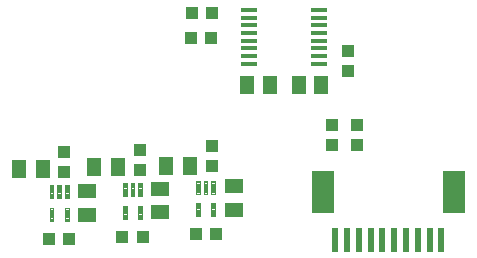
<source format=gbr>
G04 EAGLE Gerber RS-274X export*
G75*
%MOMM*%
%FSLAX34Y34*%
%LPD*%
%INSolderpaste Top*%
%IPPOS*%
%AMOC8*
5,1,8,0,0,1.08239X$1,22.5*%
G01*
%ADD10R,0.560000X2.030000*%
%ADD11R,1.980000X3.560000*%
%ADD12R,1.475000X0.450000*%
%ADD13R,1.300000X1.500000*%
%ADD14R,1.100000X1.000000*%
%ADD15R,1.000000X1.100000*%
%ADD16R,1.300000X1.600000*%
%ADD17C,0.100000*%
%ADD18R,1.600000X1.300000*%


D10*
X287743Y126927D03*
X297743Y126927D03*
X307743Y126927D03*
X317743Y126927D03*
X327743Y126927D03*
X337743Y126927D03*
X347743Y126927D03*
X357743Y126927D03*
X367743Y126927D03*
X377743Y126927D03*
D11*
X277143Y167577D03*
X388343Y167577D03*
D12*
X273887Y276074D03*
X273887Y282574D03*
X273887Y289074D03*
X273887Y295574D03*
X273887Y302074D03*
X273887Y308574D03*
X273887Y315074D03*
X273887Y321574D03*
X215127Y321574D03*
X215127Y315074D03*
X215127Y308574D03*
X215127Y302074D03*
X215127Y295574D03*
X215127Y289074D03*
X215127Y282574D03*
X215127Y276074D03*
D13*
X275847Y258350D03*
X256847Y258350D03*
X213405Y258232D03*
X232405Y258232D03*
D14*
X284980Y207335D03*
X284980Y224335D03*
X306461Y207380D03*
X306461Y224380D03*
D15*
X182719Y298174D03*
X165719Y298174D03*
X183223Y319251D03*
X166223Y319251D03*
D14*
X298343Y287234D03*
X298343Y270234D03*
D16*
X164603Y189498D03*
X144603Y189498D03*
D17*
X183067Y176979D02*
X183067Y166079D01*
X183067Y176979D02*
X186067Y176979D01*
X186067Y166079D01*
X183067Y166079D01*
X183067Y167029D02*
X186067Y167029D01*
X186067Y167979D02*
X183067Y167979D01*
X183067Y168929D02*
X186067Y168929D01*
X186067Y169879D02*
X183067Y169879D01*
X183067Y170829D02*
X186067Y170829D01*
X186067Y171779D02*
X183067Y171779D01*
X183067Y172729D02*
X186067Y172729D01*
X186067Y173679D02*
X183067Y173679D01*
X183067Y174629D02*
X186067Y174629D01*
X186067Y175579D02*
X183067Y175579D01*
X183067Y176529D02*
X186067Y176529D01*
X176567Y176979D02*
X176567Y166079D01*
X176567Y176979D02*
X179567Y176979D01*
X179567Y166079D01*
X176567Y166079D01*
X176567Y167029D02*
X179567Y167029D01*
X179567Y167979D02*
X176567Y167979D01*
X176567Y168929D02*
X179567Y168929D01*
X179567Y169879D02*
X176567Y169879D01*
X176567Y170829D02*
X179567Y170829D01*
X179567Y171779D02*
X176567Y171779D01*
X176567Y172729D02*
X179567Y172729D01*
X179567Y173679D02*
X176567Y173679D01*
X176567Y174629D02*
X179567Y174629D01*
X179567Y175579D02*
X176567Y175579D01*
X176567Y176529D02*
X179567Y176529D01*
X170067Y176979D02*
X170067Y166079D01*
X170067Y176979D02*
X173067Y176979D01*
X173067Y166079D01*
X170067Y166079D01*
X170067Y167029D02*
X173067Y167029D01*
X173067Y167979D02*
X170067Y167979D01*
X170067Y168929D02*
X173067Y168929D01*
X173067Y169879D02*
X170067Y169879D01*
X170067Y170829D02*
X173067Y170829D01*
X173067Y171779D02*
X170067Y171779D01*
X170067Y172729D02*
X173067Y172729D01*
X173067Y173679D02*
X170067Y173679D01*
X170067Y174629D02*
X173067Y174629D01*
X173067Y175579D02*
X170067Y175579D01*
X170067Y176529D02*
X173067Y176529D01*
X170067Y157779D02*
X170067Y146879D01*
X170067Y157779D02*
X173067Y157779D01*
X173067Y146879D01*
X170067Y146879D01*
X170067Y147829D02*
X173067Y147829D01*
X173067Y148779D02*
X170067Y148779D01*
X170067Y149729D02*
X173067Y149729D01*
X173067Y150679D02*
X170067Y150679D01*
X170067Y151629D02*
X173067Y151629D01*
X173067Y152579D02*
X170067Y152579D01*
X170067Y153529D02*
X173067Y153529D01*
X173067Y154479D02*
X170067Y154479D01*
X170067Y155429D02*
X173067Y155429D01*
X173067Y156379D02*
X170067Y156379D01*
X170067Y157329D02*
X173067Y157329D01*
X183067Y157779D02*
X183067Y146879D01*
X183067Y157779D02*
X186067Y157779D01*
X186067Y146879D01*
X183067Y146879D01*
X183067Y147829D02*
X186067Y147829D01*
X186067Y148779D02*
X183067Y148779D01*
X183067Y149729D02*
X186067Y149729D01*
X186067Y150679D02*
X183067Y150679D01*
X183067Y151629D02*
X186067Y151629D01*
X186067Y152579D02*
X183067Y152579D01*
X183067Y153529D02*
X186067Y153529D01*
X186067Y154479D02*
X183067Y154479D01*
X183067Y155429D02*
X186067Y155429D01*
X186067Y156379D02*
X183067Y156379D01*
X183067Y157329D02*
X186067Y157329D01*
D18*
X202289Y152147D03*
X202289Y172147D03*
D14*
X183515Y206252D03*
X183515Y189252D03*
D15*
X169957Y132157D03*
X186957Y132157D03*
D16*
X103893Y188320D03*
X83893Y188320D03*
D17*
X121172Y174655D02*
X121172Y163755D01*
X121172Y174655D02*
X124172Y174655D01*
X124172Y163755D01*
X121172Y163755D01*
X121172Y164705D02*
X124172Y164705D01*
X124172Y165655D02*
X121172Y165655D01*
X121172Y166605D02*
X124172Y166605D01*
X124172Y167555D02*
X121172Y167555D01*
X121172Y168505D02*
X124172Y168505D01*
X124172Y169455D02*
X121172Y169455D01*
X121172Y170405D02*
X124172Y170405D01*
X124172Y171355D02*
X121172Y171355D01*
X121172Y172305D02*
X124172Y172305D01*
X124172Y173255D02*
X121172Y173255D01*
X121172Y174205D02*
X124172Y174205D01*
X114672Y174655D02*
X114672Y163755D01*
X114672Y174655D02*
X117672Y174655D01*
X117672Y163755D01*
X114672Y163755D01*
X114672Y164705D02*
X117672Y164705D01*
X117672Y165655D02*
X114672Y165655D01*
X114672Y166605D02*
X117672Y166605D01*
X117672Y167555D02*
X114672Y167555D01*
X114672Y168505D02*
X117672Y168505D01*
X117672Y169455D02*
X114672Y169455D01*
X114672Y170405D02*
X117672Y170405D01*
X117672Y171355D02*
X114672Y171355D01*
X114672Y172305D02*
X117672Y172305D01*
X117672Y173255D02*
X114672Y173255D01*
X114672Y174205D02*
X117672Y174205D01*
X108172Y174655D02*
X108172Y163755D01*
X108172Y174655D02*
X111172Y174655D01*
X111172Y163755D01*
X108172Y163755D01*
X108172Y164705D02*
X111172Y164705D01*
X111172Y165655D02*
X108172Y165655D01*
X108172Y166605D02*
X111172Y166605D01*
X111172Y167555D02*
X108172Y167555D01*
X108172Y168505D02*
X111172Y168505D01*
X111172Y169455D02*
X108172Y169455D01*
X108172Y170405D02*
X111172Y170405D01*
X111172Y171355D02*
X108172Y171355D01*
X108172Y172305D02*
X111172Y172305D01*
X111172Y173255D02*
X108172Y173255D01*
X108172Y174205D02*
X111172Y174205D01*
X108172Y155455D02*
X108172Y144555D01*
X108172Y155455D02*
X111172Y155455D01*
X111172Y144555D01*
X108172Y144555D01*
X108172Y145505D02*
X111172Y145505D01*
X111172Y146455D02*
X108172Y146455D01*
X108172Y147405D02*
X111172Y147405D01*
X111172Y148355D02*
X108172Y148355D01*
X108172Y149305D02*
X111172Y149305D01*
X111172Y150255D02*
X108172Y150255D01*
X108172Y151205D02*
X111172Y151205D01*
X111172Y152155D02*
X108172Y152155D01*
X108172Y153105D02*
X111172Y153105D01*
X111172Y154055D02*
X108172Y154055D01*
X108172Y155005D02*
X111172Y155005D01*
X121172Y155455D02*
X121172Y144555D01*
X121172Y155455D02*
X124172Y155455D01*
X124172Y144555D01*
X121172Y144555D01*
X121172Y145505D02*
X124172Y145505D01*
X124172Y146455D02*
X121172Y146455D01*
X121172Y147405D02*
X124172Y147405D01*
X124172Y148355D02*
X121172Y148355D01*
X121172Y149305D02*
X124172Y149305D01*
X124172Y150255D02*
X121172Y150255D01*
X121172Y151205D02*
X124172Y151205D01*
X124172Y152155D02*
X121172Y152155D01*
X121172Y153105D02*
X124172Y153105D01*
X124172Y154055D02*
X121172Y154055D01*
X121172Y155005D02*
X124172Y155005D01*
D18*
X139176Y150097D03*
X139176Y170097D03*
D14*
X122319Y202936D03*
X122319Y185936D03*
D15*
X107723Y129421D03*
X124723Y129421D03*
D16*
X40141Y187246D03*
X20141Y187246D03*
D17*
X59132Y173179D02*
X59132Y162279D01*
X59132Y173179D02*
X62132Y173179D01*
X62132Y162279D01*
X59132Y162279D01*
X59132Y163229D02*
X62132Y163229D01*
X62132Y164179D02*
X59132Y164179D01*
X59132Y165129D02*
X62132Y165129D01*
X62132Y166079D02*
X59132Y166079D01*
X59132Y167029D02*
X62132Y167029D01*
X62132Y167979D02*
X59132Y167979D01*
X59132Y168929D02*
X62132Y168929D01*
X62132Y169879D02*
X59132Y169879D01*
X59132Y170829D02*
X62132Y170829D01*
X62132Y171779D02*
X59132Y171779D01*
X59132Y172729D02*
X62132Y172729D01*
X52632Y173179D02*
X52632Y162279D01*
X52632Y173179D02*
X55632Y173179D01*
X55632Y162279D01*
X52632Y162279D01*
X52632Y163229D02*
X55632Y163229D01*
X55632Y164179D02*
X52632Y164179D01*
X52632Y165129D02*
X55632Y165129D01*
X55632Y166079D02*
X52632Y166079D01*
X52632Y167029D02*
X55632Y167029D01*
X55632Y167979D02*
X52632Y167979D01*
X52632Y168929D02*
X55632Y168929D01*
X55632Y169879D02*
X52632Y169879D01*
X52632Y170829D02*
X55632Y170829D01*
X55632Y171779D02*
X52632Y171779D01*
X52632Y172729D02*
X55632Y172729D01*
X46132Y173179D02*
X46132Y162279D01*
X46132Y173179D02*
X49132Y173179D01*
X49132Y162279D01*
X46132Y162279D01*
X46132Y163229D02*
X49132Y163229D01*
X49132Y164179D02*
X46132Y164179D01*
X46132Y165129D02*
X49132Y165129D01*
X49132Y166079D02*
X46132Y166079D01*
X46132Y167029D02*
X49132Y167029D01*
X49132Y167979D02*
X46132Y167979D01*
X46132Y168929D02*
X49132Y168929D01*
X49132Y169879D02*
X46132Y169879D01*
X46132Y170829D02*
X49132Y170829D01*
X49132Y171779D02*
X46132Y171779D01*
X46132Y172729D02*
X49132Y172729D01*
X46132Y153979D02*
X46132Y143079D01*
X46132Y153979D02*
X49132Y153979D01*
X49132Y143079D01*
X46132Y143079D01*
X46132Y144029D02*
X49132Y144029D01*
X49132Y144979D02*
X46132Y144979D01*
X46132Y145929D02*
X49132Y145929D01*
X49132Y146879D02*
X46132Y146879D01*
X46132Y147829D02*
X49132Y147829D01*
X49132Y148779D02*
X46132Y148779D01*
X46132Y149729D02*
X49132Y149729D01*
X49132Y150679D02*
X46132Y150679D01*
X46132Y151629D02*
X49132Y151629D01*
X49132Y152579D02*
X46132Y152579D01*
X46132Y153529D02*
X49132Y153529D01*
X59132Y153979D02*
X59132Y143079D01*
X59132Y153979D02*
X62132Y153979D01*
X62132Y143079D01*
X59132Y143079D01*
X59132Y144029D02*
X62132Y144029D01*
X62132Y144979D02*
X59132Y144979D01*
X59132Y145929D02*
X62132Y145929D01*
X62132Y146879D02*
X59132Y146879D01*
X59132Y147829D02*
X62132Y147829D01*
X62132Y148779D02*
X59132Y148779D01*
X59132Y149729D02*
X62132Y149729D01*
X62132Y150679D02*
X59132Y150679D01*
X59132Y151629D02*
X62132Y151629D01*
X62132Y152579D02*
X59132Y152579D01*
X59132Y153529D02*
X62132Y153529D01*
D18*
X77290Y148363D03*
X77290Y168363D03*
D14*
X58390Y201415D03*
X58390Y184415D03*
D15*
X45140Y127728D03*
X62140Y127728D03*
M02*

</source>
